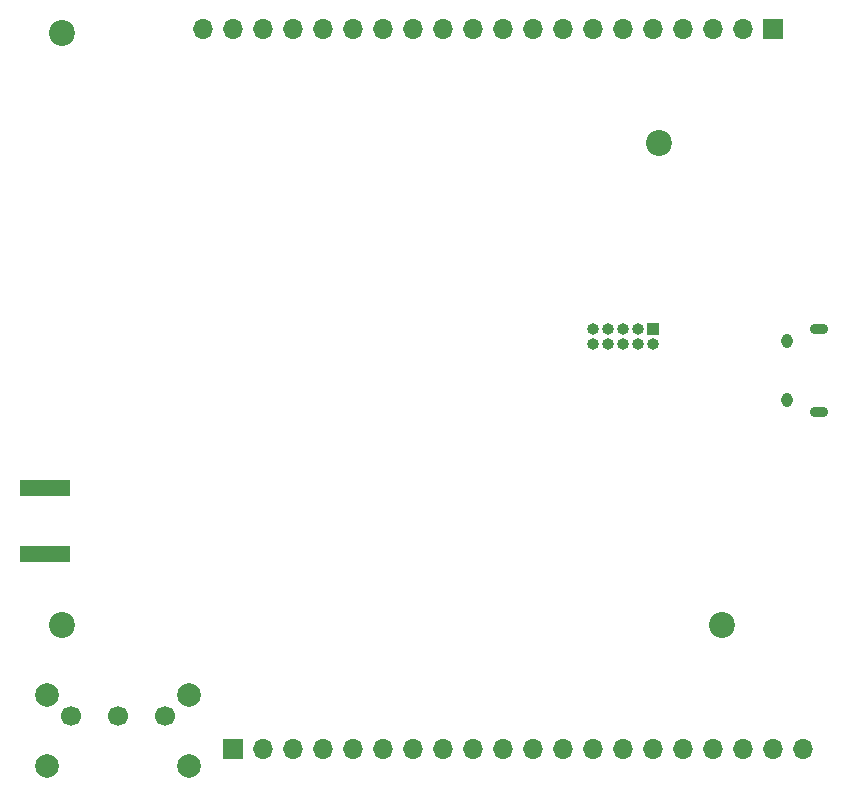
<source format=gbr>
%TF.GenerationSoftware,KiCad,Pcbnew,(6.0.6)*%
%TF.CreationDate,2022-08-06T17:38:51+02:00*%
%TF.ProjectId,STM32L053Breakout,53544d33-324c-4303-9533-427265616b6f,rev?*%
%TF.SameCoordinates,Original*%
%TF.FileFunction,Soldermask,Bot*%
%TF.FilePolarity,Negative*%
%FSLAX46Y46*%
G04 Gerber Fmt 4.6, Leading zero omitted, Abs format (unit mm)*
G04 Created by KiCad (PCBNEW (6.0.6)) date 2022-08-06 17:38:51*
%MOMM*%
%LPD*%
G01*
G04 APERTURE LIST*
%ADD10C,2.000000*%
%ADD11C,1.700000*%
%ADD12C,2.200000*%
%ADD13R,4.200000X1.350000*%
%ADD14O,1.550000X0.890000*%
%ADD15O,0.950000X1.250000*%
%ADD16R,1.700000X1.700000*%
%ADD17O,1.700000X1.700000*%
%ADD18R,1.000000X1.000000*%
%ADD19O,1.000000X1.000000*%
G04 APERTURE END LIST*
D10*
%TO.C,SW501*%
X88400000Y-133550000D03*
X100400000Y-133550000D03*
X100400000Y-127550000D03*
X88400000Y-127550000D03*
D11*
X90400000Y-129300000D03*
X94400000Y-129300000D03*
X98400000Y-129300000D03*
%TD*%
D12*
%TO.C,H4*%
X140200000Y-80800000D03*
%TD*%
D13*
%TO.C,J600*%
X88200000Y-115625000D03*
X88200000Y-109975000D03*
%TD*%
D14*
%TO.C,J100*%
X153700000Y-103560000D03*
D15*
X151000000Y-102560000D03*
D14*
X153700000Y-96560000D03*
D15*
X151000000Y-97560000D03*
%TD*%
D16*
%TO.C,J301*%
X149860000Y-71120000D03*
D17*
X147320000Y-71120000D03*
X144780000Y-71120000D03*
X142240000Y-71120000D03*
X139700000Y-71120000D03*
X137160000Y-71120000D03*
X134620000Y-71120000D03*
X132080000Y-71120000D03*
X129540000Y-71120000D03*
X127000000Y-71120000D03*
X124460000Y-71120000D03*
X121920000Y-71120000D03*
X119380000Y-71120000D03*
X116840000Y-71120000D03*
X114300000Y-71120000D03*
X111760000Y-71120000D03*
X109220000Y-71120000D03*
X106680000Y-71120000D03*
X104140000Y-71120000D03*
X101600000Y-71120000D03*
%TD*%
D16*
%TO.C,J300*%
X104140000Y-132080000D03*
D17*
X106680000Y-132080000D03*
X109220000Y-132080000D03*
X111760000Y-132080000D03*
X114300000Y-132080000D03*
X116840000Y-132080000D03*
X119380000Y-132080000D03*
X121920000Y-132080000D03*
X124460000Y-132080000D03*
X127000000Y-132080000D03*
X129540000Y-132080000D03*
X132080000Y-132080000D03*
X134620000Y-132080000D03*
X137160000Y-132080000D03*
X139700000Y-132080000D03*
X142240000Y-132080000D03*
X144780000Y-132080000D03*
X147320000Y-132080000D03*
X149860000Y-132080000D03*
X152400000Y-132080000D03*
%TD*%
D12*
%TO.C,H3*%
X145500000Y-121600000D03*
%TD*%
D18*
%TO.C,J5*%
X139700000Y-96520000D03*
D19*
X139700000Y-97790000D03*
X138430000Y-96520000D03*
X138430000Y-97790000D03*
X137160000Y-96520000D03*
X137160000Y-97790000D03*
X135890000Y-96520000D03*
X135890000Y-97790000D03*
X134620000Y-96520000D03*
X134620000Y-97790000D03*
%TD*%
D12*
%TO.C,H1*%
X89600000Y-71500000D03*
%TD*%
%TO.C,H2*%
X89600000Y-121600000D03*
%TD*%
M02*

</source>
